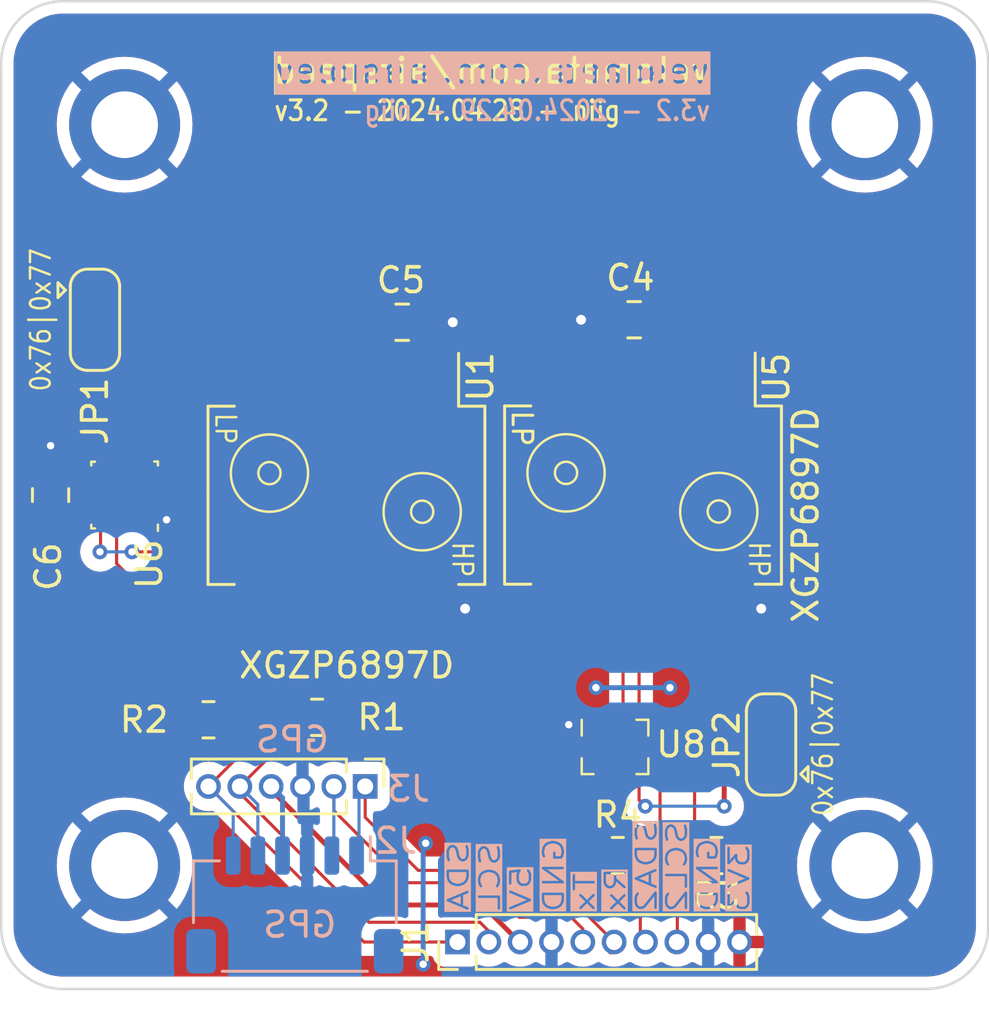
<source format=kicad_pcb>
(kicad_pcb (version 20221018) (generator pcbnew)
  (layers (0 "F.Cu" signal) (31 "B.Cu" signal) (34 "B.Paste" user) (35 "F.Paste" user) (36 "B.SilkS" user "B.Silkscreen") (37 "F.SilkS" user "F.Silkscreen") (38 "B.Mask" user) (39 "F.Mask" user) (44 "Edge.Cuts" user))
  (net 0 "")
  (net 1 "SDA")
  (net 2 "SCL")
  (net 3 "GND")
  (net 12 "SCL2")
  (net 14 "Rx")
  (net 15 "Tx")
  (net 16 "5V")
  (net 17 "Net-(JP1-C)")
  (net 18 "+3V3")
  (net 19 "Net-(JP2-C)")
  (net 20 "SDA2")
  (footprint "Package_LGA:Bosch_LGA-8_2x2.5mm_P0.65mm_ClockwisePinNumbering" (layer "F.Cu") (at 84.875 70.2)
    (fp_text reference "U8" (at 2.675 -0.1) (layer "F.SilkS"))
    (fp_text value "BMP280")
    (fp_line (start -1.35 -0.46) (end -1.35 -1.1) (stroke (width 0.1)) (layer "F.SilkS"))
    (fp_line (start -1.35 1.1) (end -1.35 0.46) (stroke (width 0.1)) (layer "F.SilkS"))
    (fp_line (start -1.35 1.1) (end -0.87 1.1) (stroke (width 0.1)) (layer "F.SilkS"))
    (fp_line (start 0.87 -1.1) (end 1.35 -1.1) (stroke (width 0.1)) (layer "F.SilkS"))
    (fp_line (start 0.87 1.1) (end 1.35 1.1) (stroke (width 0.1)) (layer "F.SilkS"))
    (fp_line (start 1.35 -0.46) (end 1.35 -1.1) (stroke (width 0.1)) (layer "F.SilkS"))
    (fp_line (start 1.35 1.1) (end 1.35 0.46) (stroke (width 0.1)) (layer "F.SilkS"))
    (pad "1" smd rect (at -0.975 -0.8 90) (size 0.5 0.35) (layers "F.Cu" "F.Paste" "F.Mask") (net 3 "GND"))
    (pad "2" smd rect (at -0.325 -0.8 90) (size 0.5 0.35) (layers "F.Cu" "F.Paste" "F.Mask"))
    (pad "3" smd rect (at 0.325 -0.8 90) (size 0.5 0.35) (layers "F.Cu" "F.Paste" "F.Mask") (net 20 "SDA2"))
    (pad "4" smd rect (at 0.975 -0.8 90) (size 0.5 0.35) (layers "F.Cu" "F.Paste" "F.Mask") (net 12 "SCL2"))
    (pad "5" smd rect (at 0.975 0.8 90) (size 0.5 0.35) (layers "F.Cu" "F.Paste" "F.Mask") (net 19 "Net-(JP2-C)"))
    (pad "6" smd rect (at 0.325 0.8 90) (size 0.5 0.35) (layers "F.Cu" "F.Paste" "F.Mask") (net 18 "+3V3"))
    (pad "7" smd rect (at -0.325 0.8 90) (size 0.5 0.35) (layers "F.Cu" "F.Paste" "F.Mask") (net 3 "GND"))
    (pad "8" smd rect (at -0.975 0.8 90) (size 0.5 0.35) (layers "F.Cu" "F.Paste" "F.Mask") (net 18 "+3V3"))
  )
  (footprint "Resistor_SMD:R_0805_2012Metric" (layer "F.Cu") (at 88.9875 74.6 180)
    (fp_text reference "R3" (at 0 -1.65) (layer "F.SilkS"))
    (fp_text value "10k" hide)
    (fp_line (start -0.227064 -0.735) (end 0.227064 -0.735) (stroke (width 0.12)) (layer "F.SilkS"))
    (fp_line (start -0.227064 0.735) (end 0.227064 0.735) (stroke (width 0.12)) (layer "F.SilkS"))
    (pad "1" smd roundrect (at -0.9125 0 180) (size 1.025 1.4) (layers "F.Cu" "F.Paste" "F.Mask") (roundrect_rratio 0.243902439) (net 18 "+3V3"))
    (pad "2" smd roundrect (at 0.9125 0 180) (size 1.025 1.4) (layers "F.Cu" "F.Paste" "F.Mask") (roundrect_rratio 0.243902439) (net 12 "SCL2"))
  )
  (footprint "Package_LGA:Bosch_LGA-8_2.5x2.5mm_P0.65mm_ClockwisePinNumbering" (layer "F.Cu") (at 65 60 180)
    (fp_text reference "U6" (at -1 -2.8 90) (layer "F.SilkS"))
    (fp_text value "BME280")
    (fp_line (start -1.35 -1.2) (end -1.35 -1.45) (stroke (width 0.1)) (layer "F.SilkS"))
    (fp_line (start -1.35 1.35) (end -1.35 1.2) (stroke (width 0.1)) (layer "F.SilkS"))
    (fp_line (start -1.35 1.36) (end -1.2 1.36) (stroke (width 0.1)) (layer "F.SilkS"))
    (fp_line (start 1.2 -1.35) (end 1.35 -1.35) (stroke (width 0.1)) (layer "F.SilkS"))
    (fp_line (start 1.35 -1.35) (end 1.35 -1.2) (stroke (width 0.1)) (layer "F.SilkS"))
    (fp_line (start 1.35 1.35) (end 1.2 1.35) (stroke (width 0.1)) (layer "F.SilkS"))
    (fp_line (start 1.35 1.35) (end 1.35 1.2) (stroke (width 0.1)) (layer "F.SilkS"))
    (pad "1" smd rect (at -0.975 -1.025 270) (size 0.5 0.35) (layers "F.Cu" "F.Paste" "F.Mask") (net 3 "GND"))
    (pad "2" smd rect (at -0.325 -1.025 270) (size 0.5 0.35) (layers "F.Cu" "F.Paste" "F.Mask") (net 18 "+3V3"))
    (pad "3" smd rect (at 0.325 -1.025 270) (size 0.5 0.35) (layers "F.Cu" "F.Paste" "F.Mask") (net 1 "SDA"))
    (pad "4" smd rect (at 0.975 -1.025 270) (size 0.5 0.35) (layers "F.Cu" "F.Paste" "F.Mask") (net 2 "SCL"))
    (pad "5" smd rect (at 0.975 1.025 270) (size 0.5 0.35) (layers "F.Cu" "F.Paste" "F.Mask") (net 17 "Net-(JP1-C)"))
    (pad "6" smd rect (at 0.325 1.025 270) (size 0.5 0.35) (layers "F.Cu" "F.Paste" "F.Mask") (net 18 "+3V3"))
    (pad "7" smd rect (at -0.325 1.025 270) (size 0.5 0.35) (layers "F.Cu" "F.Paste" "F.Mask") (net 3 "GND"))
    (pad "8" smd rect (at -0.975 1.025 270) (size 0.5 0.35) (layers "F.Cu" "F.Paste" "F.Mask") (net 18 "+3V3"))
  )
  (footprint "Capacitor_SMD:C_0805_2012Metric" (layer "F.Cu") (at 85.65 52.9 180)
    (fp_text reference "C4" (at 0.15 1.7 180) (layer "F.SilkS" knockout))
    (fp_text value "C" hide)
    (fp_line (start -0.261252 -0.735) (end 0.261252 -0.735) (stroke (width 0.12)) (layer "F.SilkS"))
    (fp_line (start -0.261252 0.735) (end 0.261252 0.735) (stroke (width 0.12)) (layer "F.SilkS"))
    (pad "1" smd roundrect (at -0.95 0 180) (size 1 1.45) (layers "F.Cu" "F.Paste" "F.Mask") (net 18 "+3V3"))
    (pad "2" smd roundrect (at 0.95 0 180) (size 1 1.45) (layers "F.Cu" "F.Paste" "F.Mask") (net 3 "GND"))
  )
  (footprint "Resistor_SMD:R_0805_2012Metric" (layer "F.Cu") (at 68.4 69.1)
    (fp_text reference "R2" (at -2.6125 0) (layer "F.SilkS"))
    (fp_text value "10k" hide)
    (fp_line (start -0.227064 -0.735) (end 0.227064 -0.735) (stroke (width 0.12)) (layer "F.SilkS"))
    (fp_line (start -0.227064 0.735) (end 0.227064 0.735) (stroke (width 0.12)) (layer "F.SilkS"))
    (pad "1" smd roundrect (at -0.9125 0) (size 1.025 1.4) (layers "F.Cu" "F.Paste" "F.Mask") (roundrect_rratio 0.243902439) (net 18 "+3V3"))
    (pad "2" smd roundrect (at 0.9125 0) (size 1.025 1.4) (layers "F.Cu" "F.Paste" "F.Mask") (roundrect_rratio 0.243902439) (net 1 "SDA"))
  )
  (footprint "Capacitor_SMD:C_0805_2012Metric" (layer "F.Cu") (at 62 60 90)
    (fp_text reference "C6" (at -2.9 -0.1 90) (layer "F.SilkS"))
    (fp_text value "C" hide)
    (fp_line (start -0.261252 -0.735) (end 0.261252 -0.735) (stroke (width 0.12)) (layer "F.SilkS"))
    (fp_line (start -0.261252 0.735) (end 0.261252 0.735) (stroke (width 0.12)) (layer "F.SilkS"))
    (pad "1" smd roundrect (at -0.95 0 90) (size 1 1.45) (layers "F.Cu" "F.Paste" "F.Mask") (net 18 "+3V3"))
    (pad "2" smd roundrect (at 0.95 0 90) (size 1 1.45) (layers "F.Cu" "F.Paste" "F.Mask") (net 3 "GND"))
  )
  (footprint "Resistor_SMD:R_0805_2012Metric" (layer "F.Cu") (at 84.9875 74.6)
    (fp_text reference "R4" (at 0 -1.65) (layer "F.SilkS"))
    (fp_text value "10k" hide)
    (fp_line (start -0.227064 -0.735) (end 0.227064 -0.735) (stroke (width 0.12)) (layer "F.SilkS"))
    (fp_line (start -0.227064 0.735) (end 0.227064 0.735) (stroke (width 0.12)) (layer "F.SilkS"))
    (pad "1" smd roundrect (at -0.9125 0) (size 1.025 1.4) (layers "F.Cu" "F.Paste" "F.Mask") (roundrect_rratio 0.243902439) (net 18 "+3V3"))
    (pad "2" smd roundrect (at 0.9125 0) (size 1.025 1.4) (layers "F.Cu" "F.Paste" "F.Mask") (roundrect_rratio 0.243902439) (net 20 "SDA2"))
  )
  (footprint "Connector_PinHeader_1.27mm:PinHeader_1x10_P1.27mm_Vertical" (layer "F.Cu") (at 78.49 78.1 90)
    (fp_text reference "J1" (at 0 -1.695 90) (layer "F.SilkS"))
    (fp_text value "Header")
    (fp_line (start -1.11 -0.76) (end 0 -0.76) (stroke (width 0.12)) (layer "F.SilkS"))
    (fp_line (start -1.11 0) (end -1.11 -0.76) (stroke (width 0.12)) (layer "F.SilkS"))
    (fp_line (start -1.11 0.76) (end -1.11 12.125) (stroke (width 0.12)) (layer "F.SilkS"))
    (fp_line (start -1.11 0.76) (end -0.563471 0.76) (stroke (width 0.12)) (layer "F.SilkS"))
    (fp_line (start -1.11 12.125) (end -0.30753 12.125) (stroke (width 0.12)) (layer "F.SilkS"))
    (fp_line (start 0.30753 12.125) (end 1.11 12.125) (stroke (width 0.12)) (layer "F.SilkS"))
    (fp_line (start 0.563471 0.76) (end 1.11 0.76) (stroke (width 0.12)) (layer "F.SilkS"))
    (fp_line (start 1.11 0.76) (end 1.11 12.125) (stroke (width 0.12)) (layer "F.SilkS"))
    (pad "1" thru_hole rect (at 0 0 90) (size 1 1) (drill 0.65) (layers "*.Cu" "*.Mask") (net 1 "SDA"))
    (pad "2" thru_hole oval (at 0 1.27 90) (size 1 1) (drill 0.65) (layers "*.Cu" "*.Mask") (net 2 "SCL"))
    (pad "3" thru_hole oval (at 0 2.54 90) (size 1 1) (drill 0.65) (layers "*.Cu" "*.Mask") (net 16 "5V"))
    (pad "4" thru_hole oval (at 0 3.81 90) (size 1 1) (drill 0.65) (layers "*.Cu" "*.Mask") (net 3 "GND"))
    (pad "5" thru_hole oval (at 0 5.08 90) (size 1 1) (drill 0.65) (layers "*.Cu" "*.Mask") (net 15 "Tx"))
    (pad "6" thru_hole oval (at 0 6.35 90) (size 1 1) (drill 0.65) (layers "*.Cu" "*.Mask") (net 14 "Rx"))
    (pad "7" thru_hole oval (at 0 7.62 90) (size 1 1) (drill 0.65) (layers "*.Cu" "*.Mask") (net 20 "SDA2"))
    (pad "8" thru_hole oval (at 0 8.89 90) (size 1 1) (drill 0.65) (layers "*.Cu" "*.Mask") (net 12 "SCL2"))
    (pad "9" thru_hole oval (at 0 10.16 90) (size 1 1) (drill 0.65) (layers "*.Cu" "*.Mask") (net 3 "GND"))
    (pad "10" thru_hole oval (at 0 11.43 90) (size 1 1) (drill 0.65) (layers "*.Cu" "*.Mask") (net 18 "+3V3"))
  )
  (footprint "Jumper:SolderJumper-3_P1.3mm_Open_RoundedPad1.0x1.5mm" (layer "F.Cu") (at 63.8 52.9 -90)
    (fp_text reference "JP1" (at 3.7 0 90) (layer "F.SilkS"))
    (fp_text value "0x76|0x77" (at 0 2.2 90) (layer "F.SilkS") (effects (font (size 0.8 0.7) (thickness 0.1))))
    (fp_line (start -2.05 0.3) (end -2.05 -0.3) (stroke (width 0.12)) (layer "F.SilkS"))
    (fp_line (start -1.5 1.5) (end -0.9 1.5) (stroke (width 0.12)) (layer "F.SilkS"))
    (fp_line (start -1.4 -1) (end 1.4 -1) (stroke (width 0.12)) (layer "F.SilkS"))
    (fp_line (start -1.2 1.2) (end -1.5 1.5) (stroke (width 0.12)) (layer "F.SilkS"))
    (fp_line (start -1.2 1.2) (end -0.9 1.5) (stroke (width 0.12)) (layer "F.SilkS"))
    (fp_line (start 1.4 1) (end -1.4 1) (stroke (width 0.12)) (layer "F.SilkS"))
    (fp_line (start 2.05 -0.3) (end 2.05 0.3) (stroke (width 0.12)) (layer "F.SilkS"))
    (fp_arc (start -2.05 -0.3) (mid -1.844975 -0.794975) (end -1.35 -1) (stroke (width 0.12)) (layer "F.SilkS"))
    (fp_arc (start -1.35 1) (mid -1.844975 0.794975) (end -2.05 0.3) (stroke (width 0.12)) (layer "F.SilkS"))
    (fp_arc (start 1.35 -1) (mid 1.844975 -0.794975) (end 2.05 -0.3) (stroke (width 0.12)) (layer "F.SilkS"))
    (fp_arc (start 2.05 0.3) (mid 1.844975 0.794975) (end 1.35 1) (stroke (width 0.12)) (layer "F.SilkS"))
    (pad "1" smd custom (at -1.3 0 270) (size 1 0.5) (layers "F.Cu" "F.Mask") (net 18 "+3V3") (options (clearance outline) (anchor rect)) (primitives (gr_circle (center 0 0.25) (end 0.5 0.25) (width 0) (fill yes)) (gr_circle (center 0 -0.25) (end 0.5 -0.25) (width 0) (fill yes)) (gr_poly (pts (xy 0.55 0.75) (xy 0 0.75) (xy 0 -0.75) (xy 0.55 -0.75)) (width 0) (fill yes))))
    (pad "2" smd rect (at 0 0 270) (size 1 1.5) (layers "F.Cu" "F.Mask") (net 17 "Net-(JP1-C)"))
    (pad "3" smd custom (at 1.3 0 270) (size 1 0.5) (layers "F.Cu" "F.Mask") (net 3 "GND") (options (clearance outline) (anchor rect)) (primitives (gr_circle (center 0 0.25) (end 0.5 0.25) (width 0) (fill yes)) (gr_circle (center 0 -0.25) (end 0.5 -0.25) (width 0) (fill yes)) (gr_poly (pts (xy 0 0.75) (xy -0.55 0.75) (xy -0.55 -0.75) (xy 0 -0.75)) (width 0) (fill yes))))
  )
  (footprint "MountingHole:MountingHole_2.7mm_M2.5_ISO14580_Pad" (layer "F.Cu") (at 65 45)
    (fp_text reference "H2" hide)
    (fp_text value "MountingHole_Pad" hide)
    (pad "1" thru_hole circle (at 0 0) (size 4.5 4.5) (drill 2.7) (layers "*.Cu" "*.Mask") (net 3 "GND"))
  )
  (footprint "Capacitor_SMD:C_0805_2012Metric" (layer "F.Cu") (at 76.25 53)
    (fp_text reference "C5" (at -0.05 -1.7) (layer "F.SilkS" knockout))
    (fp_text value "C" hide)
    (fp_line (start -0.261252 -0.735) (end 0.261252 -0.735) (stroke (width 0.12)) (layer "F.SilkS"))
    (fp_line (start -0.261252 0.735) (end 0.261252 0.735) (stroke (width 0.12)) (layer "F.SilkS"))
    (pad "1" smd roundrect (at -0.95 0) (size 1 1.45) (layers "F.Cu" "F.Paste" "F.Mask") (net 18 "+3V3"))
    (pad "2" smd roundrect (at 0.95 0) (size 1 1.45) (layers "F.Cu" "F.Paste" "F.Mask") (net 3 "GND"))
  )
  (footprint "Connector_PinHeader_1.27mm:PinHeader_1x06_P1.27mm_Vertical" (layer "F.Cu") (at 74.75 71.8 -90)
    (fp_text reference "J3" (at 0.1 -1.76 180) (layer "B.SilkS" knockout) (effects (justify mirror)))
    (fp_text value "GPS" (at -1.9 2.95) (layer "B.SilkS" knockout) (effects (justify mirror)))
    (fp_line (start -1.11 -0.76) (end 0 -0.76) (stroke (width 0.12)) (layer "F.SilkS"))
    (fp_line (start -1.11 0) (end -1.11 -0.76) (stroke (width 0.12)) (layer "F.SilkS"))
    (fp_line (start -1.11 0.76) (end -1.11 7.045) (stroke (width 0.12)) (layer "F.SilkS"))
    (fp_line (start -1.11 0.76) (end -0.563471 0.76) (stroke (width 0.12)) (layer "F.SilkS"))
    (fp_line (start -1.11 7.045) (end -0.30753 7.045) (stroke (width 0.12)) (layer "F.SilkS"))
    (fp_line (start 0.30753 7.045) (end 1.11 7.045) (stroke (width 0.12)) (layer "F.SilkS"))
    (fp_line (start 0.563471 0.76) (end 1.11 0.76) (stroke (width 0.12)) (layer "F.SilkS"))
    (fp_line (start 1.11 0.76) (end 1.11 7.045) (stroke (width 0.12)) (layer "F.SilkS"))
    (pad "1" thru_hole rect (at 0 0 270) (size 1 1) (drill 0.65) (layers "*.Cu" "*.Mask") (net 14 "Rx"))
    (pad "2" thru_hole oval (at 0 1.27 270) (size 1 1) (drill 0.65) (layers "*.Cu" "*.Mask") (net 15 "Tx"))
    (pad "3" thru_hole oval (at 0 2.54 270) (size 1 1) (drill 0.65) (layers "*.Cu" "*.Mask") (net 3 "GND"))
    (pad "4" thru_hole oval (at 0 3.81 270) (size 1 1) (drill 0.65) (layers "*.Cu" "*.Mask") (net 16 "5V"))
    (pad "5" thru_hole oval (at 0 5.08 270) (size 1 1) (drill 0.65) (layers "*.Cu" "*.Mask") (net 2 "SCL"))
    (pad "6" thru_hole oval (at 0 6.35 270) (size 1 1) (drill 0.65) (layers "*.Cu" "*.Mask") (net 1 "SDA"))
  )
  (footprint "MountingHole:MountingHole_2.7mm_M2.5_ISO14580_Pad" (layer "F.Cu") (at 65 75)
    (fp_text reference "H3" hide)
    (fp_text value "MountingHole_Pad" hide)
    (pad "1" thru_hole circle (at 0 0) (size 4.5 4.5) (drill 2.7) (layers "*.Cu" "*.Mask") (net 3 "GND"))
  )
  (footprint "MountingHole:MountingHole_2.7mm_M2.5_ISO14580_Pad" (layer "F.Cu") (at 95 45)
    (fp_text reference "H1" hide)
    (fp_text value "MountingHole_Pad" hide)
    (pad "1" thru_hole circle (at 0 0) (size 4.5 4.5) (drill 2.7) (layers "*.Cu" "*.Mask") (net 3 "GND"))
  )
  (footprint "Resistor_SMD:R_0805_2012Metric" (layer "F.Cu") (at 72.8 69 180)
    (fp_text reference "R1" (at -2.6125 0) (layer "F.SilkS"))
    (fp_text value "10k" hide)
    (fp_line (start -0.227064 -0.735) (end 0.227064 -0.735) (stroke (width 0.12)) (layer "F.SilkS"))
    (fp_line (start -0.227064 0.735) (end 0.227064 0.735) (stroke (width 0.12)) (layer "F.SilkS"))
    (pad "1" smd roundrect (at -0.9125 0 180) (size 1.025 1.4) (layers "F.Cu" "F.Paste" "F.Mask") (roundrect_rratio 0.243902439) (net 18 "+3V3"))
    (pad "2" smd roundrect (at 0.9125 0 180) (size 1.025 1.4) (layers "F.Cu" "F.Paste" "F.Mask") (roundrect_rratio 0.243902439) (net 2 "SCL"))
  )
  (footprint "MountingHole:MountingHole_2.7mm_M2.5_ISO14580_Pad" (layer "F.Cu") (at 95 75)
    (fp_text reference "H4" hide)
    (fp_text value "MountingHole_Pad" hide)
    (pad "1" thru_hole circle (at 0 0) (size 4.5 4.5) (drill 2.7) (layers "*.Cu" "*.Mask") (net 3 "GND"))
  )
  (footprint "Jumper:SolderJumper-3_P1.3mm_Open_RoundedPad1.0x1.5mm" (layer "F.Cu") (at 91.2 70.1 90)
    (fp_text reference "JP2" (at 0 -1.8 90) (layer "F.SilkS"))
    (fp_text value "0x76|0x77" (at 0 2.1 90) (layer "F.SilkS") (effects (font (size 0.8 0.7) (thickness 0.1))))
    (fp_line (start -2.05 0.3) (end -2.05 -0.3) (stroke (width 0.12)) (layer "F.SilkS"))
    (fp_line (start -1.5 1.5) (end -0.9 1.5) (stroke (width 0.12)) (layer "F.SilkS"))
    (fp_line (start -1.4 -1) (end 1.4 -1) (stroke (width 0.12)) (layer "F.SilkS"))
    (fp_line (start -1.2 1.2) (end -1.5 1.5) (stroke (width 0.12)) (layer "F.SilkS"))
    (fp_line (start -1.2 1.2) (end -0.9 1.5) (stroke (width 0.12)) (layer "F.SilkS"))
    (fp_line (start 1.4 1) (end -1.4 1) (stroke (width 0.12)) (layer "F.SilkS"))
    (fp_line (start 2.05 -0.3) (end 2.05 0.3) (stroke (width 0.12)) (layer "F.SilkS"))
    (fp_arc (start -2.05 -0.3) (mid -1.844975 -0.794975) (end -1.35 -1) (stroke (width 0.12)) (layer "F.SilkS"))
    (fp_arc (start -1.35 1) (mid -1.844975 0.794975) (end -2.05 0.3) (stroke (width 0.12)) (layer "F.SilkS"))
    (fp_arc (start 1.35 -1) (mid 1.844975 -0.794975) (end 2.05 -0.3) (stroke (width 0.12)) (layer "F.SilkS"))
    (fp_arc (start 2.05 0.3) (mid 1.844975 0.794975) (end 1.35 1) (stroke (width 0.12)) (layer "F.SilkS"))
    (pad "1" smd custom (at -1.3 0 90) (size 1 0.5) (layers "F.Cu" "F.Mask") (net 3 "GND") (options (clearance outline) (anchor rect)) (primitives (gr_circle (center 0 0.25) (end 0.5 0.25) (width 0) (fill yes)) (gr_circle (center 0 -0.25) (end 0.5 -0.25) (width 0) (fill yes)) (gr_poly (pts (xy 0.55 0.75) (xy 0 0.75) (xy 0 -0.75) (xy 0.55 -0.75)) (width 0) (fill yes))))
    (pad "2" smd rect (at 0 0 90) (size 1 1.5) (layers "F.Cu" "F.Mask") (net 19 "Net-(JP2-C)"))
    (pad "3" smd custom (at 1.3 0 90) (size 1 0.5) (layers "F.Cu" "F.Mask") (net 18 "+3V3") (options (clearance outline) (anchor rect)) (primitives (gr_circle (center 0 0.25) (end 0.5 0.25) (width 0) (fill yes)) (gr_circle (center 0 -0.25) (end 0.5 -0.25) (width 0) (fill yes)) (gr_poly (pts (xy 0 0.75) (xy -0.55 0.75) (xy -0.55 -0.75) (xy 0 -0.75)) (width 0) (fill yes))))
  )
  (footprint "niig:CFSensor_XGZP6897x" (layer "F.Cu") (at 86.01 60 -90)
    (fp_text reference "U5" (at -4.76 -5.41 90) (layer "F.SilkS" knockout))
    (fp_text value "XGZP6897D" (at 0.8 -6.59 -90) (layer "F.SilkS" knockout))
    (fp_text user "LP" (at -2.7 4.9 -90 unlocked) (layer "F.SilkS") (effects (font (size 0.8 0.8) (thickness 0.12) bold)))
    (fp_text user "HP" (at 2.6 -4.7 -90 unlocked) (layer "F.SilkS") (effects (font (size 0.8 0.7) (thickness 0.1))))
    (fp_line (start -3.61 -5.61) (end -3.61 -4.545) (stroke (width 0.12)) (layer "F.SilkS"))
    (fp_line (start -3.61 -4.545) (end -5.75 -4.545) (stroke (width 0.12)) (layer "F.SilkS"))
    (fp_line (start -3.61 5.61) (end -3.61 4.545) (stroke (width 0.12)) (layer "F.SilkS"))
    (fp_line (start 0 -5.61) (end -3.61 -5.61) (stroke (width 0.12)) (layer "F.SilkS"))
    (fp_line (start 0 -5.61) (end 3.61 -5.61) (stroke (width 0.12)) (layer "F.SilkS"))
    (fp_line (start 0 5.61) (end -3.61 5.61) (stroke (width 0.12)) (layer "F.SilkS"))
    (fp_line (start 0 5.61) (end 3.61 5.61) (stroke (width 0.12)) (layer "F.SilkS"))
    (fp_line (start 3.61 -5.61) (end 3.61 -4.545) (stroke (width 0.12)) (layer "F.SilkS"))
    (fp_line (start 3.61 5.61) (end 3.61 4.545) (stroke (width 0.12)) (layer "F.SilkS"))
    (fp_circle (center -0.9 3.12) (end -0.45 3.12) (stroke (width 0.1)) (fill none) (layer "F.SilkS"))
    (fp_circle (center -0.9 3.12) (end 0.665 3.12) (stroke (width 0.1)) (fill none) (layer "F.SilkS"))
    (fp_circle (center 0.665 -3.07) (end 1.115 -3.07) (stroke (width 0.1)) (fill none) (layer "F.SilkS"))
    (fp_circle (center 0.665 -3.07) (end 2.23 -3.07) (stroke (width 0.1)) (fill none) (layer "F.SilkS"))
    (pad "1" smd roundrect (at -4.6 -3.81 270) (size 2.3 0.95) (layers "F.Cu" "F.Paste" "F.Mask"))
    (pad "2" smd roundrect (at -4.6 -1.27 270) (size 2.3 0.95) (layers "F.Cu" "F.Paste" "F.Mask") (net 18 "+3V3"))
    (pad "3" smd roundrect (at -4.6 1.27 270) (size 2.3 0.95) (layers "F.Cu" "F.Paste" "F.Mask"))
    (pad "4" smd roundrect (at -4.6 3.81 270) (size 2.3 0.95) (layers "F.Cu" "F.Paste" "F.Mask"))
    (pad "5" smd roundrect (at 4.6 3.81 270) (size 2.3 0.95) (layers "F.Cu" "F.Paste" "F.Mask"))
    (pad "6" smd roundrect (at 4.6 1.27 270) (size 2.3 0.95) (layers "F.Cu" "F.Paste" "F.Mask") (net 20 "SDA2"))
    (pad "7" smd roundrect (at 4.6 -1.27 270) (size 2.3 0.95) (layers "F.Cu" "F.Paste" "F.Mask") (net 12 "SCL2"))
    (pad "8" smd roundrect (at 4.6 -3.81 270) (size 2.3 0.95) (layers "F.Cu" "F.Paste" "F.Mask") (net 3 "GND"))
  )
  (footprint "niig:CFSensor_XGZP6897x" (layer "F.Cu") (at 73.99 60.01 -90)
    (fp_text reference "U1" (at -4.8 -5.43 90) (layer "F.SilkS" knockout))
    (fp_text value "XGZP6897D" (at 6.89 -0.01 -180) (layer "F.SilkS" knockout))
    (fp_text user "HP" (at 2.6 -4.7 -90 unlocked) (layer "F.SilkS") (effects (font (size 0.8 0.7) (thickness 0.1))))
    (fp_text user "LP" (at -2.7 4.9 -90 unlocked) (layer "F.SilkS") (effects (font (size 0.8 0.7) (thickness 0.1))))
    (fp_line (start -3.61 -5.61) (end -3.61 -4.545) (stroke (width 0.12)) (layer "F.SilkS"))
    (fp_line (start -3.61 -4.545) (end -5.75 -4.545) (stroke (width 0.12)) (layer "F.SilkS"))
    (fp_line (start -3.61 5.61) (end -3.61 4.545) (stroke (width 0.12)) (layer "F.SilkS"))
    (fp_line (start 0 -5.61) (end -3.61 -5.61) (stroke (width 0.12)) (layer "F.SilkS"))
    (fp_line (start 0 -5.61) (end 3.61 -5.61) (stroke (width 0.12)) (layer "F.SilkS"))
    (fp_line (start 0 5.61) (end -3.61 5.61) (stroke (width 0.12)) (layer "F.SilkS"))
    (fp_line (start 0 5.61) (end 3.61 5.61) (stroke (width 0.12)) (layer "F.SilkS"))
    (fp_line (start 3.61 -5.61) (end 3.61 -4.545) (stroke (width 0.12)) (layer "F.SilkS"))
    (fp_line (start 3.61 5.61) (end 3.61 4.545) (stroke (width 0.12)) (layer "F.SilkS"))
    (fp_circle (center -0.9 3.12) (end -0.45 3.12) (stroke (width 0.1)) (fill none) (layer "F.SilkS"))
    (fp_circle (center -0.9 3.12) (end 0.665 3.12) (stroke (width 0.1)) (fill none) (layer "F.SilkS"))
    (fp_circle (center 0.665 -3.07) (end 1.115 -3.07) (stroke (width 0.1)) (fill none) (layer "F.SilkS"))
    (fp_circle (center 0.665 -3.07) (end 2.23 -3.07) (stroke (width 0.1)) (fill none) (layer "F.SilkS"))
    (pad "1" smd roundrect (at -4.6 -3.81 270) (size 2.3 0.95) (layers "F.Cu" "F.Paste" "F.Mask"))
    (pad "2" smd roundrect (at -4.6 -1.27 270) (size 2.3 0.95) (layers "F.Cu" "F.Paste" "F.Mask") (net 18 "+3V3"))
    (pad "3" smd roundrect (at -4.6 1.27 270) (size 2.3 0.95) (layers "F.Cu" "F.Paste" "F.Mask"))
    (pad "4" smd roundrect (at -4.6 3.81 270) (size 2.3 0.95) (layers "F.Cu" "F.Paste" "F.Mask"))
    (pad "5" smd roundrect (at 4.6 3.81 270) (size 2.3 0.95) (layers "F.Cu" "F.Paste" "F.Mask"))
    (pad "6" smd roundrect (at 4.6 1.27 270) (size 2.3 0.95) (layers "F.Cu" "F.Paste" "F.Mask") (net 1 "SDA"))
    (pad "7" smd roundrect (at 4.6 -1.27 270) (size 2.3 0.95) (layers "F.Cu" "F.Paste" "F.Mask") (net 2 "SCL"))
    (pad "8" smd roundrect (at 4.6 -3.81 270) (size 2.3 0.95) (layers "F.Cu" "F.Paste" "F.Mask") (net 3 "GND"))
  )
  (footprint "Connector_JST:JST_SH_SM06B-SRSS-TB_1x06-1MP_P1.00mm_Horizontal" (layer "B.Cu") (at 71.9 76.6 180)
    (fp_text reference "J2" (at -4.1 2.6) (layer "B.SilkS" knockout) (effects (justify mirror)))
    (fp_text value "GPS" (at -0.2 -0.8 180) (layer "B.SilkS" knockout) (effects (justify mirror)))
    (fp_line (start -4.11 -0.715) (end -4.11 1.785) (stroke (width 0.12)) (layer "B.SilkS"))
    (fp_line (start -4.11 1.785) (end -3.06 1.785) (stroke (width 0.12)) (layer "B.SilkS"))
    (fp_line (start -3.06 1.785) (end -3.06 2.775) (stroke (width 0.12)) (layer "B.SilkS"))
    (fp_line (start -2.94 -2.685) (end 2.94 -2.685) (stroke (width 0.12)) (layer "B.SilkS"))
    (fp_line (start 4.11 -0.715) (end 4.11 1.785) (stroke (width 0.12)) (layer "B.SilkS"))
    (fp_line (start 4.11 1.785) (end 3.06 1.785) (stroke (width 0.12)) (layer "B.SilkS"))
    (pad "1" smd roundrect (at -2.5 2 180) (size 0.6 1.55) (layers "B.Cu" "B.Paste" "B.Mask") (net 14 "Rx"))
    (pad "2" smd roundrect (at -1.5 2 180) (size 0.6 1.55) (layers "B.Cu" "B.Paste" "B.Mask") (net 15 "Tx"))
    (pad "3" smd roundrect (at -0.5 2 180) (size 0.6 1.55) (layers "B.Cu" "B.Paste" "B.Mask") (net 3 "GND"))
    (pad "4" smd roundrect (at 0.5 2 180) (size 0.6 1.55) (layers "B.Cu" "B.Paste" "B.Mask") (net 16 "5V"))
    (pad "5" smd roundrect (at 1.5 2 180) (size 0.6 1.55) (layers "B.Cu" "B.Paste" "B.Mask") (net 2 "SCL"))
    (pad "6" smd roundrect (at 2.5 2 180) (size 0.6 1.55) (layers "B.Cu" "B.Paste" "B.Mask") (net 1 "SDA"))
    (pad "MP" smd roundrect (at -3.8 -1.875 180) (size 1.2 1.8) (layers "B.Cu" "B.Paste" "B.Mask") (roundrect_rratio 0.2083333333))
    (pad "MP" smd roundrect (at 3.8 -1.875 180) (size 1.2 1.8) (layers "B.Cu" "B.Paste" "B.Mask") (roundrect_rratio 0.2083333333))
  )
  (gr_line (start 62.5 80) (end 97.500269 79.999731) (stroke (width 0.1)) (layer "Edge.Cuts"))
  (gr_line (start 62.5 40) (end 97.5 40) (stroke (width 0.1)) (layer "Edge.Cuts"))
  (gr_arc (start 100 77.5) (mid 99.267767 79.267767) (end 97.5 80) (stroke (width 0.1)) (layer "Edge.Cuts"))
  (gr_line (start 60 77.5) (end 60 42.5) (stroke (width 0.1)) (layer "Edge.Cuts"))
  (gr_arc (start 97.5 40) (mid 99.267767 40.732233) (end 100 42.5) (stroke (width 0.1)) (layer "Edge.Cuts"))
  (gr_arc (start 62.5 80) (mid 60.732233 79.267767) (end 60 77.5) (stroke (width 0.1)) (layer "Edge.Cuts"))
  (gr_line (start 100 42.5) (end 100 77.5) (stroke (width 0.1)) (layer "Edge.Cuts"))
  (gr_arc (start 60 42.5) (mid 60.732233 40.732233) (end 62.5 40) (stroke (width 0.1)) (layer "Edge.Cuts"))
  (gr_text "v3.2 - 2024.04.29 - niig" (at 88.8 44.9) (layer "B.SilkS") (effects (font (size 0.8 0.7) (thickness 0.125) bold) (justify left bottom mirror)))
  (gr_text "SCL" (at 80.27 74.01 90) (layer "B.SilkS" knockout) (effects (font (size 0.8 1) (thickness 0.1)) (justify left bottom mirror)))
  (gr_text "3V3" (at 90.38 74.08 90) (layer "B.SilkS" knockout) (effects (font (size 0.8 1) (thickness 0.1)) (justify left bottom mirror)))
  (gr_text "Tx" (at 84.11 75.23 90) (layer "B.SilkS" knockout) (effects (font (size 0.8 1) (thickness 0.1)) (justify left bottom mirror)))
  (gr_text "SCL2" (at 87.85 73.13 90) (layer "B.SilkS" knockout) (effects (font (size 0.8 1) (thickness 0.1)) (justify left bottom mirror)))
  (gr_text "SDA" (at 79 73.96 90) (layer "B.SilkS" knockout) (effects (font (size 0.8 1) (thickness 0.1)) (justify left bottom mirror)))
  (gr_text "Rx" (at 85.36 75 90) (layer "B.SilkS" knockout) (effects (font (size 0.8 1) (thickness 0.1)) (justify left bottom mirror)))
  (gr_text "GND" (at 89.1 73.8 90) (layer "B.SilkS" knockout) (effects (font (size 0.8 1) (thickness 0.1)) (justify left bottom mirror)))
  (gr_text "5V" (at 81.53 74.95 90) (layer "B.SilkS" knockout) (effects (font (size 0.8 1) (thickness 0.1)) (justify left bottom mirror)))
  (gr_text "SDA2" (at 86.62 73.08 90) (layer "B.SilkS" knockout) (effects (font (size 0.8 1) (thickness 0.1)) (justify left bottom mirror)))
  (gr_text "velometa.com/airspeed" (at 88.8 43.4) (layer "B.SilkS" knockout) (effects (font (size 1 1)) (justify left bottom mirror)))
  (gr_text "GND" (at 82.86 73.8 90) (layer "B.SilkS" knockout) (effects (font (size 0.8 1) (thickness 0.1)) (justify left bottom mirror)))
  (gr_text "v3.2 - 2024.04.28 - niig" (at 71 44.9) (layer "F.SilkS") (effects (font (size 0.8 0.7) (thickness 0.125) bold) (justify left bottom)))
  (gr_text "velometa.com/airspeed" (at 71 43.4) (layer "F.SilkS" knockout) (effects (font (size 1 1)) (justify left bottom)))
  (segment (start 74.7 78.1) (end 68.4 71.8) (width 0.125) (layer "F.Cu") (net 1))
  (segment (start 69.425 68.6) (end 69.425 67.525) (width 0.125) (layer "F.Cu") (net 1))
  (segment (start 72.76 64.65) (end 72.72 64.61) (width 0.25) (layer "F.Cu") (net 1))
  (segment (start 69.425 67.905) (end 69.425 68.6) (width 0.125) (layer "F.Cu") (net 1))
  (segment (start 69.425 67.525) (end 64.675 62.775) (width 0.125) (layer "F.Cu") (net 1))
  (segment (start 69.425 70.775) (end 68.4 71.8) (width 0.125) (layer "F.Cu") (net 1))
  (segment (start 72.72 64.61) (end 72.73 64.6) (width 0.125) (layer "F.Cu") (net 1))
  (segment (start 78.49 78.1) (end 74.7 78.1) (width 0.125) (layer "F.Cu") (net 1))
  (segment (start 64.675 62.775) (end 64.675 61.025) (width 0.125) (layer "F.Cu") (net 1))
  (segment (start 69.425 68.6) (end 69.425 70.775) (width 0.125) (layer "F.Cu") (net 1))
  (segment (start 72.72 64.61) (end 69.425 67.905) (width 0.125) (layer "F.Cu") (net 1))
  (segment (start 69.4 72.8) (end 69.4 74.6) (width 0.125) (layer "B.Cu") (net 1))
  (segment (start 68.4 71.8) (end 69.4 72.8) (width 0.125) (layer "B.Cu") (net 1))
  (segment (start 74.9 77.3) (end 79.4 77.3) (width 0.125) (layer "F.Cu") (net 2))
  (segment (start 79.4 77.3) (end 79.76 77.66) (width 0.125) (layer "F.Cu") (net 2))
  (segment (start 64.025 61.025) (end 64.025 62.225) (width 0.125) (layer "F.Cu") (net 2))
  (segment (start 71.775 68.6) (end 71.775 69.725) (width 0.125) (layer "F.Cu") (net 2))
  (segment (start 64.025 62.225) (end 64 62.2) (width 0.125) (layer "F.Cu") (net 2))
  (segment (start 69.67 72.07) (end 74.9 77.3) (width 0.125) (layer "F.Cu") (net 2))
  (segment (start 72.95 62.3) (end 75.26 64.61) (width 0.125) (layer "F.Cu") (net 2))
  (segment (start 69.67 71.8) (end 69.67 72.07) (width 0.125) (layer "F.Cu") (net 2))
  (segment (start 71.775 69.725) (end 71.3 70.2) (width 0.125) (layer "F.Cu") (net 2))
  (segment (start 71.3 70.2) (end 71.27 70.2) (width 0.125) (layer "F.Cu") (net 2))
  (segment (start 64.1 62.3) (end 64.1 62.3) (width 0.125) (layer "F.Cu") (net 2))
  (segment (start 71.27 70.2) (end 69.67 71.8) (width 0.125) (layer "F.Cu") (net 2))
  (segment (start 64 62.2) (end 64 62.3) (width 0.125) (layer "F.Cu") (net 2))
  (segment (start 75.3 64.65) (end 75.26 64.61) (width 0.25) (layer "F.Cu") (net 2))
  (segment (start 79.76 77.66) (end 79.76 78.1) (width 0.125) (layer "F.Cu") (net 2))
  (segment (start 65.3 62.3) (end 72.95 62.3) (width 0.125) (layer "F.Cu") (net 2))
  (segment (start 75.26 64.61) (end 75.26 65.115) (width 0.125) (layer "F.Cu") (net 2))
  (segment (start 64 62.3) (end 64.1 62.3) (width 0.125) (layer "F.Cu") (net 2))
  (segment (start 75.26 65.115) (end 71.775 68.6) (width 0.125) (layer "F.Cu") (net 2))
  (via (at 65.3 62.3) (size 0.6) (drill 0.3) (layers "F.Cu" "B.Cu") (net 2))
  (via (at 64 62.3) (size 0.6) (drill 0.3) (layers "F.Cu" "B.Cu") (net 2))
  (segment (start 69.67 71.8) (end 70.4 72.53) (width 0.125) (layer "B.Cu") (net 2))
  (segment (start 70.4 72.53) (end 70.4 74.6) (width 0.125) (layer "B.Cu") (net 2))
  (segment (start 64 62.3) (end 65.3 62.3) (width 0.125) (layer "B.Cu") (net 2))
  (segment (start 78.79 64.61) (end 78.8 64.6) (width 0.25) (layer "F.Cu") (net 3))
  (segment (start 65.325 59.725) (end 65.325 58.975) (width 0.2) (layer "F.Cu") (net 3))
  (segment (start 83.9 69.4) (end 83.1 69.4) (width 0.2) (layer "F.Cu") (net 3))
  (segment (start 84.55 70.45) (end 84.55 71) (width 0.2) (layer "F.Cu") (net 3))
  (segment (start 91.4 71.4) (end 95 75) (width 0.2) (layer "F.Cu") (net 3))
  (segment (start 77.2 53) (end 78.3 53) (width 0.25) (layer "F.Cu") (net 3))
  (segment (start 66.7 61) (end 66.675 61.025) (width 0.2) (layer "F.Cu") (net 3))
  (segment (start 62 59.05) (end 62 58) (width 0.3) (layer "F.Cu") (net 3))
  (segment (start 77.8 64.61) (end 78.79 64.61) (width 0.25) (layer "F.Cu") (net 3))
  (segment (start 78.8 64.6) (end 78.81 64.61) (width 0.25) (layer "F.Cu") (net 3))
  (segment (start 83.9 69.8) (end 84.55 70.45) (width 0.2) (layer "F.Cu") (net 3))
  (segment (start 63.8 55.1) (end 63.8 54.2) (width 0.2) (layer "F.Cu") (net 3))
  (segment (start 91.2 71.4) (end 91.4 71.4) (width 0.2) (layer "F.Cu") (net 3))
  (segment (start 83.9 69.4) (end 83.9 69.8) (width 0.2) (layer "F.Cu") (net 3))
  (segment (start 65.975 60.375) (end 65.325 59.725) (width 0.2) (layer "F.Cu") (net 3))
  (segment (start 62 56.9) (end 63.8 55.1) (width 0.2) (layer "F.Cu") (net 3))
  (segment (start 83.1 69.4) (end 83 69.3) (width 0.2) (layer "F.Cu") (net 3))
  (segment (start 78.89 64.61) (end 78.9 64.6) (width 0.25) (layer "F.Cu") (net 3))
  (segment (start 90.8 64.6) (end 89.82 64.6) (width 0.25) (layer "F.Cu") (net 3))
  (segment (start 65.975 61.025) (end 66.7 61) (width 0.2) (layer "F.Cu") (net 3))
  (segment (start 78.81 64.61) (end 78.89 64.61) (width 0.25) (layer "F.Cu") (net 3))
  (segment (start 83.5 52.9) (end 84.7 52.9) (width 0.25) (layer "F.Cu") (net 3))
  (segment (start 78.3 53) (end 78.4 53) (width 0.25) (layer "F.Cu") (net 3))
  (segment (start 62 58) (end 62 56.9) (width 0.3) (layer "F.Cu") (net 3))
  (segment (start 65.975 61.025) (end 65.975 60.375) (width 0.2) (layer "F.Cu") (net 3))
  (via (at 78.3 53) (size 0.8) (drill 0.4) (layers "F.Cu" "B.Cu") (net 3))
  (via (at 83 69.3) (size 0.6) (drill 0.3) (layers "F.Cu" "B.Cu") (net 3))
  (via (at 62 58) (size 0.6) (drill 0.3) (layers "F.Cu" "B.Cu") (net 3))
  (via (at 78.8 64.6) (size 0.8) (drill 0.4) (layers "F.Cu" "B.Cu") (net 3))
  (via (at 66.7 61) (size 0.6) (drill 0.3) (layers "F.Cu" "B.Cu") (net 3))
  (via (at 83.5 52.9) (size 0.8) (drill 0.4) (layers "F.Cu" "B.Cu") (net 3))
  (via (at 90.8 64.6) (size 0.8) (drill 0.4) (layers "F.Cu" "B.Cu") (net 3))
  (segment (start 72.21 71.8) (end 72.4 71.99) (width 0.2) (layer "B.Cu") (net 3))
  (segment (start 72.4 71.99) (end 72.4 74.6) (width 0.2) (layer "B.Cu") (net 3))
  (segment (start 88.1 74.575) (end 88.075 74.6) (width 0.125) (layer "F.Cu") (net 12))
  (segment (start 87.6 69.4) (end 88.1 69.9) (width 0.125) (layer "F.Cu") (net 12))
  (segment (start 85.85 66.75) (end 87.28 65.32) (width 0.125) (layer "F.Cu") (net 12))
  (segment (start 87.38 78.1) (end 87.4 78.08) (width 0.125) (layer "F.Cu") (net 12))
  (segment (start 87.4 77.1) (end 88.075 76.425) (width 0.125) (layer "F.Cu") (net 12))
  (segment (start 85.85 69.4) (end 85.85 66.75) (width 0.125) (layer "F.Cu") (net 12))
  (segment (start 87.4 78.08) (end 87.4 77.1) (width 0.125) (layer "F.Cu") (net 12))
  (segment (start 88.075 76.425) (end 88.075 74.6) (width 0.125) (layer "F.Cu") (net 12))
  (segment (start 88.1 69.9) (end 88.1 74.575) (width 0.125) (layer "F.Cu") (net 12))
  (segment (start 87.28 65.32) (end 87.28 64.6) (width 0.125) (layer "F.Cu") (net 12))
  (segment (start 85.85 69.4) (end 87.6 69.4) (width 0.125) (layer "F.Cu") (net 12))
  (segment (start 83.34 76.6) (end 84.84 78.1) (width 0.125) (layer "F.Cu") (net 14))
  (segment (start 84.7 78.49) (end 84.69 78.5) (width 0.2) (layer "F.Cu") (net 14))
  (segment (start 81.1 76.6) (end 83.34 76.6) (width 0.125) (layer "F.Cu") (net 14))
  (segment (start 79.7 75.2) (end 81.1 76.6) (width 0.125) (layer "F.Cu") (net 14))
  (segment (start 74.75 71.8) (end 74.75 73.05) (width 0.125) (layer "F.Cu") (net 14))
  (segment (start 76.9 75.2) (end 79.7 75.2) (width 0.125) (layer "F.Cu") (net 14))
  (segment (start 74.75 73.05) (end 76.9 75.2) (width 0.125) (layer "F.Cu") (net 14))
  (segment (start 74.5 74.5) (end 74.4 74.6) (width 0.125) (layer "B.Cu") (net 14))
  (segment (start 74.5 72.05) (end 74.5 74.5) (width 0.125) (layer "B.Cu") (net 14))
  (segment (start 74.75 71.8) (end 74.5 72.05) (width 0.125) (layer "B.Cu") (net 14))
  (segment (start 83.1 77.1) (end 83.57 77.57) (width 0.125) (layer "F.Cu") (net 15))
  (segment (start 76.4 75.7) (end 79.6 75.7) (width 0.125) (layer "F.Cu") (net 15))
  (segment (start 81 77.1) (end 83.1 77.1) (width 0.125) (layer "F.Cu") (net 15))
  (segment (start 83.57 77.57) (end 83.57 78.1) (width 0.125) (layer "F.Cu") (net 15))
  (segment (start 79.6 75.7) (end 81 77.1) (width 0.125) (layer "F.Cu") (net 15))
  (segment (start 73.48 71.8) (end 73.48 72.78) (width 0.125) (layer "F.Cu") (net 15))
  (segment (start 73.48 72.78) (end 76.4 75.7) (width 0.125) (layer "F.Cu") (net 15))
  (segment (start 73.48 74.52) (end 73.4 74.6) (width 0.125) (layer "B.Cu") (net 15))
  (segment (start 73.48 71.8) (end 73.48 74.52) (width 0.125) (layer "B.Cu") (net 15))
  (segment (start 70.94 71.8) (end 70.94 71.94) (width 0.2) (layer "F.Cu") (net 16))
  (segment (start 75.6 76.6) (end 79.5 76.6) (width 0.2) (layer "F.Cu") (net 16))
  (segment (start 79.5 76.6) (end 81.03 78.13) (width 0.2) (layer "F.Cu") (net 16))
  (segment (start 70.94 71.94) (end 75.6 76.6) (width 0.2) (layer "F.Cu") (net 16))
  (segment (start 70.94 71.8) (end 71.4 72.26) (width 0.2) (layer "B.Cu") (net 16))
  (segment (start 71.4 72.26) (end 71.4 74.6) (width 0.2) (layer "B.Cu") (net 16))
  (segment (start 64.025 58.975) (end 64 58.95) (width 0.2) (layer "F.Cu") (net 17))
  (segment (start 65.1 56.7) (end 65.1 53.3) (width 0.2) (layer "F.Cu") (net 17))
  (segment (start 64 57.8) (end 65.1 56.7) (width 0.2) (layer "F.Cu") (net 17))
  (segment (start 64 58.95) (end 64 57.8) (width 0.2) (layer "F.Cu") (net 17))
  (segment (start 64.7 52.9) (end 63.8 52.9) (width 0.2) (layer "F.Cu") (net 17))
  (segment (start 65.1 53.3) (end 64.7 52.9) (width 0.2) (layer "F.Cu") (net 17))
  (segment (start 86.6 52.9) (end 87.28 53.58) (width 0.25) (layer "F.Cu") (net 18))
  (segment (start 65.3 60.5) (end 65 60.2) (width 0.2) (layer "F.Cu") (net 18))
  (segment (start 85.2 71) (end 85.2 71.6) (width 0.2) (layer "F.Cu") (net 18))
  (segment (start 65.3 61) (end 65.3 60.5) (width 0.2) (layer "F.Cu") (net 18))
  (segment (start 75.26 53.04) (end 75.3 53) (width 0.25) (layer "F.Cu") (net 18))
  (segment (start 65.875 58.2) (end 65.975 58.3) (width 0.2) (layer "F.Cu") (net 18))
  (segment (start 65 60.2) (end 64 60.2) (width 0.2) (layer "F.Cu") (net 18))
  (segment (start 64.7 58.2) (end 65.875 58.2) (width 0.2) (layer "F.Cu") (net 18))
  (segment (start 75.26 55.41) (end 75.26 53.04) (width 0.25) (layer "F.Cu") (net 18))
  (segment (start 64.675 59.525) (end 64.675 58.975) (width 0.2) (layer "F.Cu") (net 18))
  (segment (start 65.975 58.3) (end 65.975 58.975) (width 0.2) (layer "F.Cu") (net 18))
  (segment (start 62.75 60.2) (end 62 60.95) (width 0.2) (layer "F.Cu") (net 18))
  (segment (start 87.28 53.58) (end 87.28 55.4) (width 0.25) (layer "F.Cu") (net 18))
  (segment (start 75.47 55.2) (end 75.26 55.41) (width 0.125) (layer "F.Cu") (net 18))
  (segment (start 83.9 71) (end 83.9 71.9) (width 0.2) (layer "F.Cu") (net 18))
  (segment (start 87.3 55.38) (end 87.28 55.4) (width 0.25) (layer "F.Cu") (net 18))
  (segment (start 64.7 58.95) (end 64.7 58.2) (width 0.2) (layer "F.Cu") (net 18))
  (segment (start 65.325 61.025) (end 65.3 61) (width 0.2) (layer "F.Cu") (net 18))
  (segment (start 64 60.2) (end 62.75 60.2) (width 0.2) (layer "F.Cu") (net 18))
  (segment (start 64 60.2) (end 64.675 59.525) (width 0.2) (layer "F.Cu") (net 18))
  (via (at 87.1 67.8) (size 0.6) (drill 0.3) (layers "F.Cu" "B.Cu") (net 18))
  (via (at 77.2 74.1) (size 0.6) (drill 0.3) (layers "F.Cu" "B.Cu") (net 18))
  (via (at 77.1 79) (size 0.6) (drill 0.3) (layers "F.Cu" "B.Cu") (net 18))
  (via (at 84.1 67.8) (size 0.6) (drill 0.3) (layers "F.Cu" "B.Cu") (net 18))
  (segment (start 77.1 79) (end 77.1 74.2) (width 0.2) (layer "B.Cu") (net 18))
  (segment (start 77.1 74.2) (end 77.2 74.1) (width 0.2) (layer "B.Cu") (net 18))
  (segment (start 87.1 67.8) (end 84.1 67.8) (width 0.2) (layer "B.Cu") (net 18))
  (segment (start 90.3 70) (end 90.6 70) (width 0.2) (layer "F.Cu") (net 19))
  (segment (start 89.3 71) (end 90.3 70) (width 0.2) (layer "F.Cu") (net 19))
  (segment (start 86.1 72.6) (end 85.85 72.35) (width 0.125) (layer "F.Cu") (net 19))
  (segment (start 85.85 72.35) (end 85.85 71) (width 0.125) (layer "F.Cu") (net 19))
  (segment (start 89.3 72.6) (end 89.3 71) (width 0.2) (layer "F.Cu") (net 19))
  (via (at 86.1 72.6) (size 0.6) (drill 0.3) (layers "F.Cu" "B.Cu") (net 19))
  (via (at 89.3 72.6) (size 0.6) (drill 0.3) (layers "F.Cu" "B.Cu") (net 19))
  (segment (start 89.3 72.6) (end 86.1 72.6) (width 0.125) (layer "B.Cu") (net 19))
  (segment (start 86.7 70.9) (end 86.7 73.8) (width 0.125) (layer "F.Cu") (net 20))
  (segment (start 85.9 77.89) (end 86.11 78.1) (width 0.125) (layer "F.Cu") (net 20))
  (segment (start 86.7 73.8) (end 85.9 74.6) (width 0.125) (layer "F.Cu") (net 20))
  (segment (start 84.74 64.6) (end 84.74 66.34) (width 0.125) (layer "F.Cu") (net 20))
  (segment (start 84.74 66.34) (end 85.2 66.8) (width 0.125) (layer "F.Cu") (net 20))
  (segment (start 84.74 64.6) (end 84.8 64.66) (width 0.2) (layer "F.Cu") (net 20))
  (segment (start 86.2 70.4) (end 86.7 70.9) (width 0.125) (layer "F.Cu") (net 20))
  (segment (start 85.9 70.4) (end 86.2 70.4) (width 0.125) (layer "F.Cu") (net 20))
  (segment (start 85.2 69.7) (end 85.9 70.4) (width 0.125) (layer "F.Cu") (net 20))
  (segment (start 85.2 66.8) (end 85.2 69.4) (width 0.125) (layer "F.Cu") (net 20))
  (segment (start 85.2 69.4) (end 85.2 69.7) (width 0.125) (layer "F.Cu") (net 20))
  (segment (start 85.9 74.6) (end 85.9 77.89) (width 0.125) (layer "F.Cu") (net 20))
  (zone (net 0) (net_name "") (layer "F.Cu") (connect_pads (clearance 0)) (min_thickness 0.25)
    (keepout (tracks allowed) (vias allowed) (pads allowed) (copperpour not_allowed) (footprints allowed))
    (fill (thermal_gap 0.5) (thermal_bridge_width 0.5))
    (polygon (pts (xy 67.7 54.1) (xy 92.3 54.1) (xy 92.3 66.2) (xy 67.6 66.2)))
  )
  (zone (net 0) (net_name "") (layer "F.Cu") (connect_pads (clearance 0)) (min_thickness 0.25)
    (keepout (tracks allowed) (vias allowed) (pads allowed) (copperpour not_allowed) (footprints allowed))
    (fill (thermal_gap 0.5) (thermal_bridge_width 0.5))
    (polygon (pts (xy 63.1 59.3) (xy 65.4 59.4) (xy 65.5 60.5) (xy 62.9 60.7) (xy 62.8 59.8)))
  )
  (zone (net 18) (net_name "+3V3") (layer "F.Cu") (priority 1) (connect_pads (clearance 0.5)) (min_thickness 0.25) (fill yes (thermal_gap 0.5) (thermal_bridge_width 0.5))
    (polygon (pts (xy 60.182872 40.208672) (xy 99.782872 40.208672) (xy 99.8 79.8) (xy 60.182872 79.808672)))
  )
  (zone (net 3) (net_name "GND") (layer "B.Cu") (priority 1) (connect_pads (clearance 0.5)) (min_thickness 0.25) (fill yes (thermal_gap 0.5) (thermal_bridge_width 0.5))
    (polygon (pts (xy 99.801067 40.39748) (xy 60.201067 40.39748) (xy 60.201067 79.79748) (xy 99.8 79.8)))
  )
)
</source>
